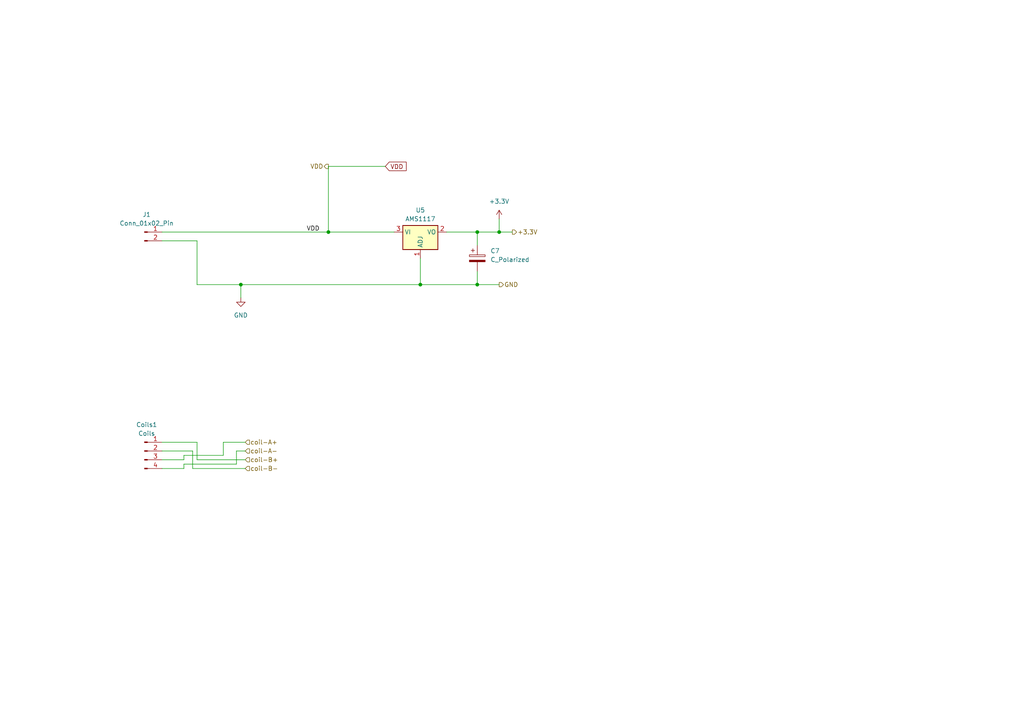
<source format=kicad_sch>
(kicad_sch (version 20231120) (generator "eeschema") (generator_version "8.0")
  (paper "A4")
  (lib_symbols
    (symbol "Connector:Conn_01x02_Pin" (pin_names (offset 1.016) hide)
      (property "Reference" "J" (at 0 2.54 0))
      (property "Value" "Conn_01x02_Pin" (at 0 -5.08 0))
      (symbol "Conn_01x02_Pin_1_1"
        (polyline (pts (xy 1.27 -2.54) (xy 0.8636 -2.54)) (stroke (width 0.1524)))
        (polyline (pts (xy 1.27 0) (xy 0.8636 0)) (stroke (width 0.1524)))
        (rectangle (start 0.8636 -2.413) (end 0 -2.667) (stroke (width 0.1524)) (fill (type outline)))
        (rectangle (start 0.8636 0.127) (end 0 -0.127) (stroke (width 0.1524)) (fill (type outline)))
        (pin passive line (at 5.08 0 180) (length 3.81) (name "Pin_1") (number "1"))
        (pin passive line (at 5.08 -2.54 180) (length 3.81) (name "Pin_2") (number "2"))
      )
    )
    (symbol "Connector:Conn_01x04_Pin" (pin_names (offset 1.016) hide)
      (property "Reference" "J" (at 0 5.08 0))
      (property "Value" "Conn_01x04_Pin" (at 0 -7.62 0))
      (symbol "Conn_01x04_Pin_1_1"
        (polyline (pts (xy 1.27 -5.08) (xy 0.8636 -5.08)) (stroke (width 0.1524)))
        (polyline (pts (xy 1.27 -2.54) (xy 0.8636 -2.54)) (stroke (width 0.1524)))
        (polyline (pts (xy 1.27 0) (xy 0.8636 0)) (stroke (width 0.1524)))
        (polyline (pts (xy 1.27 2.54) (xy 0.8636 2.54)) (stroke (width 0.1524)))
        (rectangle (start 0.8636 -4.953) (end 0 -5.207) (stroke (width 0.1524)) (fill (type outline)))
        (rectangle (start 0.8636 -2.413) (end 0 -2.667) (stroke (width 0.1524)) (fill (type outline)))
        (rectangle (start 0.8636 0.127) (end 0 -0.127) (stroke (width 0.1524)) (fill (type outline)))
        (rectangle (start 0.8636 2.667) (end 0 2.413) (stroke (width 0.1524)) (fill (type outline)))
        (pin passive line (at 5.08 2.54 180) (length 3.81) (name "Pin_1") (number "1"))
        (pin passive line (at 5.08 0 180) (length 3.81) (name "Pin_2") (number "2"))
        (pin passive line (at 5.08 -2.54 180) (length 3.81) (name "Pin_3") (number "3"))
        (pin passive line (at 5.08 -5.08 180) (length 3.81) (name "Pin_4") (number "4"))
      )
    )
    (symbol "Device:C_Polarized" (pin_numbers hide) (pin_names (offset 0.254))
      (property "Reference" "C" (at 0.635 2.54 0))
      (property "Value" "C_Polarized" (at 0.635 -2.54 0))
      (symbol "C_Polarized_0_1"
        (rectangle (start -2.286 0.508) (end 2.286 1.016))
        (polyline (pts (xy -1.778 2.286) (xy -0.762 2.286)))
        (polyline (pts (xy -1.27 2.794) (xy -1.27 1.778)))
        (rectangle (start 2.286 -0.508) (end -2.286 -1.016) (fill (type outline)))
      )
      (symbol "C_Polarized_1_1"
        (pin passive line (at 0 3.81 270) (length 2.794) (name "~") (number "1"))
        (pin passive line (at 0 -3.81 90) (length 2.794) (name "~") (number "2"))
      )
    )
    (symbol "Regulator_Linear:AMS1117"
      (property "Reference" "U" (at -3.81 3.175 0))
      (property "Value" "AMS1117" (at 0 3.175 0))
      (symbol "AMS1117_0_1"
        (rectangle (start -5.08 -5.08) (end 5.08 1.905) (stroke (width 0.254)) (fill (type background)))
      )
      (symbol "AMS1117_1_1"
        (pin input line (at 0 -7.62 90) (length 2.54) (name "ADJ") (number "1"))
        (pin power_out line (at 7.62 0 180) (length 2.54) (name "VO") (number "2"))
        (pin power_in line (at -7.62 0 0) (length 2.54) (name "VI") (number "3"))
      )
    )
    (symbol "power:+3.3V" (power) (pin_numbers hide) (pin_names (offset 0) hide)
      (property "Value" "+3.3V" (at 0 3.556 0))
      (symbol "+3.3V_0_1"
        (polyline (pts (xy -0.762 1.27) (xy 0 2.54)))
        (polyline (pts (xy 0 0) (xy 0 2.54)))
        (polyline (pts (xy 0 2.54) (xy 0.762 1.27)))
      )
      (symbol "+3.3V_1_1"
        (pin power_in line (at 0 0 90) (length 0) (name "~") (number "1"))
      )
    )
    (symbol "power:GND" (power) (pin_numbers hide) (pin_names (offset 0) hide)
      (property "Value" "GND" (at 0 -3.81 0))
      (symbol "GND_0_1"
        (polyline (pts (xy 0 0) (xy 0 -1.27) (xy 1.27 -1.27) (xy 0 -2.54) (xy -1.27 -1.27) (xy 0 -1.27)))
      )
      (symbol "GND_1_1"
        (pin power_in line (at 0 0 270) (length 0) (name "~") (number "1"))
      )
    )
  )
  (junction (at 138.43 82.55))
  (junction (at 121.92 82.55))
  (junction (at 95.25 67.31))
  (junction (at 144.78 67.31))
  (junction (at 138.43 67.31))
  (junction (at 69.85 82.55))
  (wire (pts (xy 53.34 134.62) (xy 68.58 134.62)))
  (wire (pts (xy 53.34 135.89) (xy 53.34 134.62)))
  (wire (pts (xy 138.43 67.31) (xy 144.78 67.31)))
  (wire (pts (xy 138.43 82.55) (xy 144.78 82.55)))
  (wire (pts (xy 71.12 135.89) (xy 55.88 135.89)))
  (wire (pts (xy 138.43 82.55) (xy 121.92 82.55)))
  (wire (pts (xy 121.92 74.93) (xy 121.92 82.55)))
  (wire (pts (xy 68.58 130.81) (xy 71.12 130.81)))
  (wire (pts (xy 46.99 128.27) (xy 57.15 128.27)))
  (wire (pts (xy 144.78 67.31) (xy 148.59 67.31)))
  (wire (pts (xy 138.43 67.31) (xy 138.43 71.12)))
  (wire (pts (xy 68.58 134.62) (xy 68.58 130.81)))
  (wire (pts (xy 69.85 82.55) (xy 69.85 86.36)))
  (wire (pts (xy 129.54 67.31) (xy 138.43 67.31)))
  (wire (pts (xy 71.12 133.35) (xy 57.15 133.35)))
  (wire (pts (xy 55.88 135.89) (xy 55.88 130.81)))
  (wire (pts (xy 71.12 128.27) (xy 64.77 128.27)))
  (wire (pts (xy 144.78 67.31) (xy 144.78 63.5)))
  (wire (pts (xy 57.15 133.35) (xy 57.15 128.27)))
  (wire (pts (xy 95.25 67.31) (xy 95.25 48.26)))
  (wire (pts (xy 95.25 48.26) (xy 111.76 48.26)))
  (wire (pts (xy 46.99 67.31) (xy 95.25 67.31)))
  (wire (pts (xy 64.77 128.27) (xy 64.77 132.08)))
  (wire (pts (xy 46.99 133.35) (xy 53.34 133.35)))
  (wire (pts (xy 57.15 69.85) (xy 57.15 82.55)))
  (wire (pts (xy 69.85 82.55) (xy 121.92 82.55)))
  (wire (pts (xy 46.99 69.85) (xy 57.15 69.85)))
  (wire (pts (xy 53.34 132.08) (xy 53.34 133.35)))
  (wire (pts (xy 95.25 67.31) (xy 114.3 67.31)))
  (wire (pts (xy 46.99 130.81) (xy 55.88 130.81)))
  (wire (pts (xy 57.15 82.55) (xy 69.85 82.55)))
  (wire (pts (xy 46.99 135.89) (xy 53.34 135.89)))
  (wire (pts (xy 138.43 78.74) (xy 138.43 82.55)))
  (wire (pts (xy 64.77 132.08) (xy 53.34 132.08)))
  (label "VDD" (at 88.9 67.31 0))
  (global_label "VDD" (shape input) (at 111.76 48.26 0) (property "Intersheetrefs" "${INTERSHEET_REFS}" (effects (hide yes))))
  (hierarchical_label "coil-A+" (shape input) (at 71.12 128.27 0))
  (hierarchical_label "coil-B+" (shape input) (at 71.12 133.35 0))
  (hierarchical_label "coil-A-" (shape input) (at 71.12 130.81 0))
  (hierarchical_label "GND" (shape output) (at 144.78 82.55 0))
  (hierarchical_label "VDD" (shape output) (at 95.25 48.26 180))
  (hierarchical_label "coil-B-" (shape input) (at 71.12 135.89 0))
  (hierarchical_label "+3.3V" (shape output) (at 148.59 67.31 0))
  (symbol (lib_id "Regulator_Linear:AMS1117") (at 121.92 67.31 0) (unit 1)
    (property "Reference" "U5" (at 121.92 60.96 0))
    (property "Value" "AMS1117" (at 121.92 63.5 0))
    (property "Footprint" "Package_TO_SOT_SMD:SOT-223-3_TabPin2" (effects (hide yes)))
    (property "Datasheet" "http://www.advanced-monolithic.com/pdf/ds1117.pdf" (effects (hide yes)))
    (property "Description" "1A Low Dropout regulator, positive, adjustable output, SOT-223" (effects (hide yes)))
  )
  (symbol (lib_id "Connector:Conn_01x04_Pin") (at 41.91 130.81 0) (unit 1)
    (property "Reference" "Coils1" (at 42.545 123.19 0))
    (property "Value" "Coils" (at 42.545 125.73 0))
    (property "Footprint" "Connector_PinHeader_2.54mm:PinHeader_1x04_P2.54mm_Vertical" (effects (hide yes)))
    (property "Description" "Generic connector, single row, 01x04, script generated" (effects (hide yes)))
  )
  (symbol (lib_id "power:+3.3V") (at 144.78 63.5 0) (unit 1)
    (property "Reference" "#PWR07" (effects (hide yes)))
    (property "Value" "+3.3V" (at 144.78 58.42 0))
    (property "Description" "Power symbol creates a global label with name \"+3.3V\"" (effects (hide yes)))
  )
  (symbol (lib_id "Connector:Conn_01x02_Pin") (at 41.91 67.31 0) (unit 1) (exclude_from_sim yes)
    (property "Reference" "J1" (at 42.545 62.23 0))
    (property "Value" "Conn_01x02_Pin" (at 42.545 64.77 0))
    (property "Footprint" "Connector_PinHeader_2.54mm:PinHeader_1x02_P2.54mm_Vertical" (effects (hide yes)))
    (property "Description" "Generic connector, single row, 01x02, script generated" (effects (hide yes)))
  )
  (symbol (lib_id "power:GND") (at 69.85 86.36 0) (unit 1)
    (property "Reference" "#PWR06" (effects (hide yes)))
    (property "Value" "GND" (at 69.85 91.44 0))
    (property "Description" "Power symbol creates a global label with name \"GND\" , ground" (effects (hide yes)))
  )
  (symbol (lib_id "Device:C_Polarized") (at 138.43 74.93 0) (unit 1)
    (property "Reference" "C7" (at 142.24 72.7709 0) (effects (justify left)))
    (property "Value" "C_Polarized" (at 142.24 75.3109 0) (effects (justify left)))
    (property "Footprint" "Capacitor_THT:CP_Radial_D5.0mm_P2.50mm" (effects (hide yes)))
    (property "Description" "Polarized capacitor" (effects (hide yes)))
  )
)
</source>
